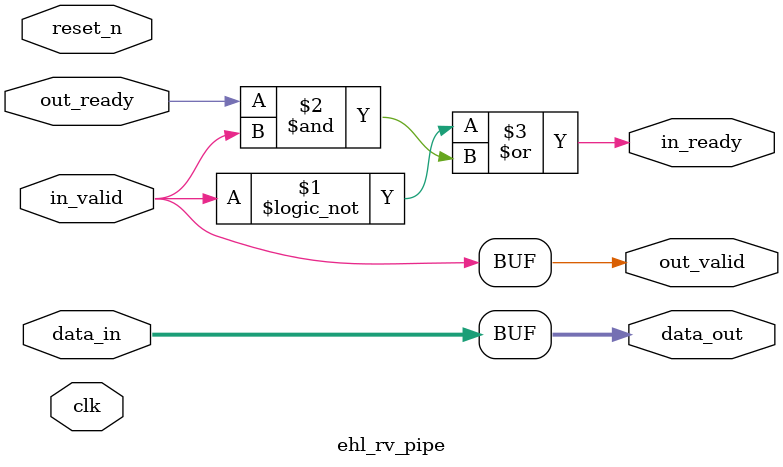
<source format=v>

module ehl_rv_pipe
#(
   parameter [0:0] ENA = 1'b0,
   parameter WIDTH = 8
)
(
   input                  clk,
                          reset_n,
   input                  in_valid,
   output                 in_ready,
   output reg             out_valid,
   input                  out_ready,
   input [WIDTH-1:0]      data_in,
   output reg [WIDTH-1:0] data_out
);
   assign in_ready = !out_valid | (out_ready & out_valid); // EMPTY | READ
`ifdef ALTERA
generate
`endif
   if(ENA)
   begin : pipe_reg
      always@(posedge clk or negedge reset_n)
      if(!reset_n)
         out_valid <= 1'b0;
      else
         out_valid <= (in_ready & in_valid) | (out_valid & !out_ready);// WRITE | FULL and no READ

      always@(posedge clk)
      if(in_ready & in_valid)
         data_out <= data_in;
   end
   else
   begin : pipe_bypass
      always@*
         out_valid = in_valid;

      always@*
         data_out = data_in;
   end
`ifdef ALTERA
endgenerate
`endif
endmodule

</source>
